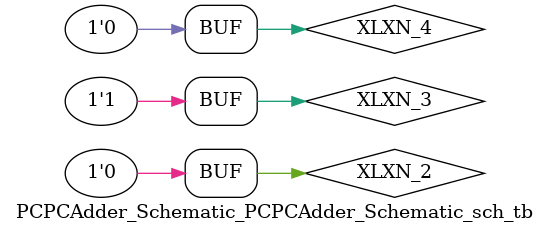
<source format=v>

`timescale 1ns / 1ps

module PCPCAdder_Schematic_PCPCAdder_Schematic_sch_tb();

// Inputs
   reg XLXN_2;
   reg XLXN_3;
   reg XLXN_4;

// Output
   wire [15:0] XLXN_6;

// Bidirs

// Instantiate the UUT
   PCPCAdder_Schematic UUT (
		.XLXN_2(XLXN_2), 
		.XLXN_3(XLXN_3), 
		.XLXN_4(XLXN_4), 
		.XLXN_6(XLXN_6)
   );
// Initialize Inputs

   initial begin
		XLXN_2 = 0;
		XLXN_3 = 0;
		XLXN_4 = 0;
		#100;
		XLXN_4 = 1;
		XLXN_2 = 1; #5; XLXN_2 = 0; #5;
		XLXN_3 = 1;
		XLXN_2 = 1; #5; XLXN_2 = 0; #5;
		XLXN_3 = 0; XLXN_4 = 0;
		XLXN_2 = 1; #5; XLXN_2 = 0; #5;
		XLXN_3 = 1;
		XLXN_2 = 1; #5; XLXN_2 = 0; #5;
		
		XLXN_2 = 1; #5; XLXN_2 = 0; #5;
		
		XLXN_2 = 1; #5; XLXN_2 = 0; #5;
		
		XLXN_2 = 1; #5; XLXN_2 = 0; #5;
		
		XLXN_2 = 1; #5; XLXN_2 = 0; #5;
		
		XLXN_2 = 1; #5; XLXN_2 = 0; #5;
		
		XLXN_2 = 1; #5; XLXN_2 = 0; #5;
		
		XLXN_2 = 1; #5; XLXN_2 = 0; #5;
		
		XLXN_2 = 1; #5; XLXN_2 = 0; #5;
	end

endmodule

</source>
